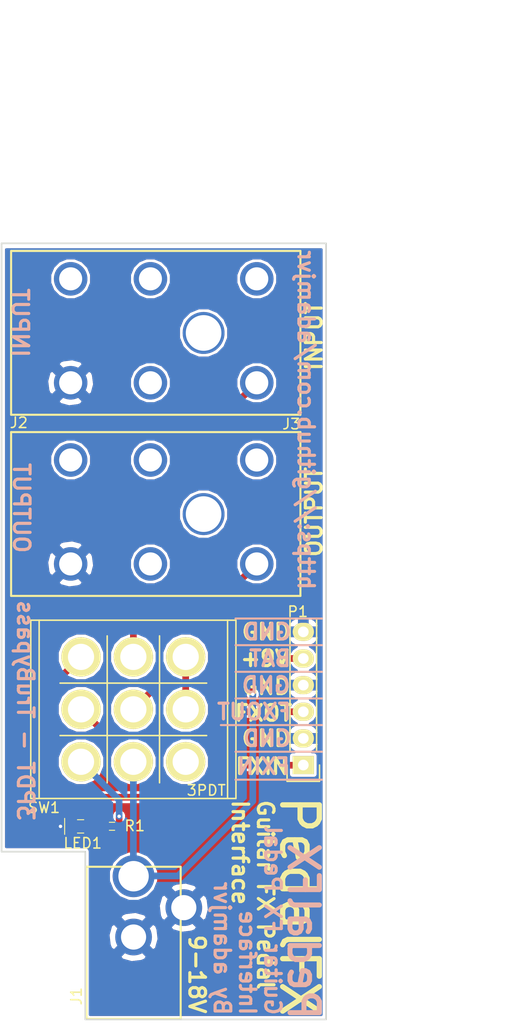
<source format=kicad_pcb>
(kicad_pcb (version 20160815) (host pcbnew "(2016-09-14 revision 83ed3c9)-makepkg")

  (general
    (links 16)
    (no_connects 3)
    (area 94.869 43.3877 128.911134 119.3678)
    (thickness 1.6)
    (drawings 38)
    (tracks 42)
    (zones 0)
    (modules 7)
    (nets 13)
  )

  (page A4)
  (layers
    (0 F.Cu signal)
    (31 B.Cu signal)
    (32 B.Adhes user)
    (33 F.Adhes user)
    (34 B.Paste user)
    (35 F.Paste user)
    (36 B.SilkS user)
    (37 F.SilkS user)
    (38 B.Mask user)
    (39 F.Mask user)
    (40 Dwgs.User user)
    (41 Cmts.User user)
    (42 Eco1.User user)
    (43 Eco2.User user)
    (44 Edge.Cuts user)
    (45 Margin user)
    (46 B.CrtYd user)
    (47 F.CrtYd user)
    (48 B.Fab user)
    (49 F.Fab user hide)
  )

  (setup
    (last_trace_width 0.635)
    (user_trace_width 0.1778)
    (user_trace_width 0.254)
    (user_trace_width 0.381)
    (user_trace_width 0.635)
    (user_trace_width 0.762)
    (user_trace_width 1.016)
    (user_trace_width 1.27)
    (trace_clearance 0.1778)
    (zone_clearance 0.254)
    (zone_45_only no)
    (trace_min 0.1778)
    (segment_width 0.2)
    (edge_width 0.15)
    (via_size 0.635)
    (via_drill 0.3302)
    (via_min_size 0.635)
    (via_min_drill 0.3302)
    (user_via 0.635 0.3302)
    (user_via 0.635 0.381)
    (user_via 0.762 0.3302)
    (user_via 1.27 0.7112)
    (uvia_size 0.3)
    (uvia_drill 0.1)
    (uvias_allowed no)
    (uvia_min_size 0.2)
    (uvia_min_drill 0.1)
    (pcb_text_width 0.3)
    (pcb_text_size 1.5 1.5)
    (mod_edge_width 0.15)
    (mod_text_size 1 1)
    (mod_text_width 0.15)
    (pad_size 1.524 1.524)
    (pad_drill 0.762)
    (pad_to_mask_clearance 0.2)
    (aux_axis_origin 0 0)
    (visible_elements 7FFFF7FF)
    (pcbplotparams
      (layerselection 0x010f0_ffffffff)
      (usegerberextensions true)
      (excludeedgelayer true)
      (linewidth 0.100000)
      (plotframeref false)
      (viasonmask false)
      (mode 1)
      (useauxorigin false)
      (hpglpennumber 1)
      (hpglpenspeed 20)
      (hpglpendiameter 15)
      (psnegative false)
      (psa4output false)
      (plotreference true)
      (plotvalue true)
      (plotinvisibletext false)
      (padsonsilk false)
      (subtractmaskfromsilk false)
      (outputformat 1)
      (mirror false)
      (drillshape 0)
      (scaleselection 1)
      (outputdirectory ""))
  )

  (net 0 "")
  (net 1 GND)
  (net 2 +9V)
  (net 3 /OUTPUT)
  (net 4 "Net-(J2-Pad2)")
  (net 5 "Net-(J3-Pad2)")
  (net 6 /INPUT)
  (net 7 "Net-(LED1-Pad1)")
  (net 8 /FX_OUT)
  (net 9 /FX_IN)
  (net 10 /BYPASS)
  (net 11 "Net-(R1-Pad2)")
  (net 12 "Net-(SW1-Pad9)")

  (net_class Default "This is the default net class."
    (clearance 0.1778)
    (trace_width 0.635)
    (via_dia 0.635)
    (via_drill 0.3302)
    (uvia_dia 0.3)
    (uvia_drill 0.1)
    (diff_pair_gap 0.254)
    (diff_pair_width 0.1778)
    (add_net +9V)
    (add_net /BYPASS)
    (add_net /FX_IN)
    (add_net /FX_OUT)
    (add_net /INPUT)
    (add_net /OUTPUT)
    (add_net GND)
    (add_net "Net-(J2-Pad2)")
    (add_net "Net-(J3-Pad2)")
    (add_net "Net-(LED1-Pad1)")
    (add_net "Net-(R1-Pad2)")
    (add_net "Net-(SW1-Pad9)")
  )

  (module AudioLibFootprints:RA49C12B (layer F.Cu) (tedit 57FE9114) (tstamp 57FDBFE8)
    (at 119.38 75.565 180)
    (path /57FE3628)
    (fp_text reference J3 (at -3.302 13.335 180) (layer F.SilkS)
      (effects (font (size 1 1) (thickness 0.15)))
    )
    (fp_text value RA49C12B (at 0 13.97 180) (layer F.Fab)
      (effects (font (size 1 1) (thickness 0.15)))
    )
    (fp_line (start -4.17 12.57) (end 23.47 12.57) (layer F.SilkS) (width 0.2))
    (fp_line (start -4.17 -3.05) (end 23.47 -3.05) (layer F.SilkS) (width 0.2))
    (fp_line (start -4.17 -3.05) (end -4.17 12.57) (layer F.SilkS) (width 0.2))
    (fp_line (start 23.47 -3.05) (end 23.47 12.57) (layer F.SilkS) (width 0.2))
    (pad 1 thru_hole circle (at 0 0 180) (size 3.2 3.2) (drill 2.2) (layers *.Cu *.Mask)
      (net 3 /OUTPUT))
    (pad 3 thru_hole circle (at 17.78 0 180) (size 3.2 3.2) (drill 2.2) (layers *.Cu *.Mask)
      (net 1 GND))
    (pad 4 thru_hole circle (at 0 9.91 180) (size 3.2 3.2) (drill 2.2) (layers *.Cu *.Mask))
    (pad "" thru_hole circle (at 17.78 9.91 180) (size 3.2 3.2) (drill 2.2) (layers *.Cu *.Mask))
    (pad 2 thru_hole circle (at 10.16 0 180) (size 3.2 3.2) (drill 2.2) (layers *.Cu *.Mask)
      (net 5 "Net-(J3-Pad2)"))
    (pad 5 thru_hole circle (at 10.16 9.91 180) (size 3.2 3.2) (drill 2.2) (layers *.Cu *.Mask))
    (pad "" np_thru_hole circle (at 5.08 4.75 180) (size 4 4) (drill 3.4) (layers *.Cu *.Mask))
    (model C:/Users/adam/Documents/GitHub/AudioExperiments/Projects-KiCAD/Libraries/3D/RA49C12B.wrl
      (at (xyz 0.9212598425196851 -0.187007874015748 0.5))
      (scale (xyz 0.4 0.4 0.4))
      (rotate (xyz -90 0 -90))
    )
  )

  (module AudioLibFootprints:RA49C12B (layer F.Cu) (tedit 57FE8FDF) (tstamp 57FDBFBD)
    (at 119.38 58.293 180)
    (path /57FE3530)
    (fp_text reference J2 (at 22.733 -3.81 180) (layer F.SilkS)
      (effects (font (size 1 1) (thickness 0.15)))
    )
    (fp_text value RA49C12B (at 0 13.97 180) (layer F.Fab)
      (effects (font (size 1 1) (thickness 0.15)))
    )
    (fp_line (start -4.17 12.57) (end 23.47 12.57) (layer F.SilkS) (width 0.2))
    (fp_line (start -4.17 -3.05) (end 23.47 -3.05) (layer F.SilkS) (width 0.2))
    (fp_line (start -4.17 -3.05) (end -4.17 12.57) (layer F.SilkS) (width 0.2))
    (fp_line (start 23.47 -3.05) (end 23.47 12.57) (layer F.SilkS) (width 0.2))
    (pad 1 thru_hole circle (at 0 0 180) (size 3.2 3.2) (drill 2.2) (layers *.Cu *.Mask)
      (net 6 /INPUT))
    (pad 3 thru_hole circle (at 17.78 0 180) (size 3.2 3.2) (drill 2.2) (layers *.Cu *.Mask)
      (net 1 GND))
    (pad 4 thru_hole circle (at 0 9.91 180) (size 3.2 3.2) (drill 2.2) (layers *.Cu *.Mask))
    (pad "" thru_hole circle (at 17.78 9.91 180) (size 3.2 3.2) (drill 2.2) (layers *.Cu *.Mask))
    (pad 2 thru_hole circle (at 10.16 0 180) (size 3.2 3.2) (drill 2.2) (layers *.Cu *.Mask)
      (net 4 "Net-(J2-Pad2)"))
    (pad 5 thru_hole circle (at 10.16 9.91 180) (size 3.2 3.2) (drill 2.2) (layers *.Cu *.Mask))
    (pad "" np_thru_hole circle (at 5.08 4.75 180) (size 4 4) (drill 3.4) (layers *.Cu *.Mask))
    (model C:/Users/adam/Documents/GitHub/AudioExperiments/Projects-KiCAD/Libraries/3D/RA49C12B.wrl
      (at (xyz 0.9212598425196851 -0.187007874015748 0.5))
      (scale (xyz 0.4 0.4 0.4))
      (rotate (xyz -90 0 -90))
    )
  )

  (module AudioLibFootprints:694106301002 (layer F.Cu) (tedit 57FE8029) (tstamp 57FDAD8E)
    (at 107.61 118.94 90)
    (path /57FDAA38)
    (fp_text reference J1 (at 2.159 -5.461 90) (layer F.SilkS)
      (effects (font (size 1 1) (thickness 0.15)))
    )
    (fp_text value 694106301002 (at 6.477 7.874 90) (layer F.Fab)
      (effects (font (size 1 1) (thickness 0.15)))
    )
    (fp_line (start 14.5 -4.5) (end 14.5 4.5) (layer F.SilkS) (width 0.2))
    (fp_line (start 14.5 -4.5) (end 0 -4.5) (layer F.SilkS) (width 0.2))
    (fp_line (start 0 -4.5) (end 0 4.5) (layer F.SilkS) (width 0.2))
    (fp_line (start 14.5 4.5) (end 0 4.5) (layer F.SilkS) (width 0.2))
    (pad 2 thru_hole circle (at 7.8 0 90) (size 3.5 3.5) (drill 2.4) (layers *.Cu *.Mask)
      (net 1 GND))
    (pad 1 thru_hole circle (at 13.6 0 90) (size 4 4) (drill 2.9) (layers *.Cu *.Mask)
      (net 2 +9V))
    (pad 3 thru_hole circle (at 10.6 4.8 90) (size 3.5 3.5) (drill 2.4) (layers *.Cu *.Mask)
      (net 1 GND))
    (model C:/Users/adam/Documents/GitHub/AudioExperiments/Projects-KiCAD/Libraries/3D/STEP-694106301002-rev1.stp
      (at (xyz 0.1377952755905512 0 0.2106299212598425))
      (scale (xyz 1 1 1))
      (rotate (xyz 0 0 90))
    )
  )

  (module OnHand-Components:LED0805Y (layer F.Cu) (tedit 57FDAE53) (tstamp 57FDADAA)
    (at 102.55 100.59 180)
    (path /57FDC458)
    (fp_text reference LED1 (at -0.2 -1.61 180) (layer F.SilkS)
      (effects (font (size 1 1) (thickness 0.15)))
    )
    (fp_text value 5988140107F (at -6.731 -4.826 180) (layer F.Fab)
      (effects (font (size 1 1) (thickness 0.15)))
    )
    (fp_line (start 1.1 -0.7) (end 1.1 0.7) (layer Eco1.User) (width 0.05))
    (fp_line (start 1.1 0.7) (end -1.1 0.7) (layer Eco1.User) (width 0.05))
    (fp_line (start -1.1 0.7) (end -1.1 -0.7) (layer Eco1.User) (width 0.05))
    (fp_line (start -1.1 -0.7) (end 1.1 -0.7) (layer Eco1.User) (width 0.05))
    (fp_line (start -0.254 0) (end 0.254 0) (layer Dwgs.User) (width 0.05))
    (fp_line (start 0 -0.254) (end 0 0.254) (layer Dwgs.User) (width 0.05))
    (fp_line (start 1.778 -1.016) (end 1.778 1.016) (layer Dwgs.User) (width 0.05))
    (fp_line (start 1.778 1.016) (end -1.651 1.016) (layer Dwgs.User) (width 0.05))
    (fp_line (start -1.651 1.016) (end -1.651 -1.016) (layer Dwgs.User) (width 0.05))
    (fp_line (start -1.651 -1.016) (end 1.778 -1.016) (layer Dwgs.User) (width 0.05))
    (fp_line (start 1.524 -0.762) (end 1.524 0.762) (layer F.SilkS) (width 0.1))
    (fp_line (start -0.3 0.635) (end 0.3 0.635) (layer F.SilkS) (width 0.1))
    (fp_line (start 0.3 -0.635) (end -0.3 -0.635) (layer F.SilkS) (width 0.1))
    (pad 2 smd roundrect (at 0.925 0 180) (size 1.016 1.651) (layers F.Cu F.Paste F.Mask)(roundrect_rratio 0.25)
      (net 1 GND) (solder_mask_margin 0.102))
    (pad 1 smd roundrect (at -0.925 0 180) (size 1.016 1.651) (layers F.Cu F.Paste F.Mask)(roundrect_rratio 0.25)
      (net 7 "Net-(LED1-Pad1)") (solder_mask_margin 0.102))
    (model C:/Users/adam/Documents/GitHub/KiCAD-OnHand-Lib/3D/VRML/AB2_0805_LED_YEL.wrl
      (at (xyz 0 0 0))
      (scale (xyz 0.45 0.45 0.45))
      (rotate (xyz 0 0 0))
    )
  )

  (module Pin_Headers:Pin_Header_Straight_1x06 (layer F.Cu) (tedit 57FE94A8) (tstamp 57FDADB4)
    (at 123.825 94.742 180)
    (descr "Through hole pin header")
    (tags "pin header")
    (path /57FDD22A)
    (fp_text reference P1 (at 0.528 14.623 180) (layer F.SilkS)
      (effects (font (size 1 1) (thickness 0.15)))
    )
    (fp_text value CONN_01X06 (at 0 -3.1 180) (layer F.Fab)
      (effects (font (size 1 1) (thickness 0.15)))
    )
    (fp_line (start -1.55 -1.55) (end 1.55 -1.55) (layer F.SilkS) (width 0.15))
    (fp_line (start -1.55 0) (end -1.55 -1.55) (layer F.SilkS) (width 0.15))
    (fp_line (start 1.27 1.27) (end -1.27 1.27) (layer F.SilkS) (width 0.15))
    (fp_line (start 1.55 -1.55) (end 1.55 0) (layer F.SilkS) (width 0.15))
    (fp_line (start -1.27 13.97) (end -1.27 1.27) (layer F.SilkS) (width 0.15))
    (fp_line (start 1.27 13.97) (end -1.27 13.97) (layer F.SilkS) (width 0.15))
    (fp_line (start 1.27 1.27) (end 1.27 13.97) (layer F.SilkS) (width 0.15))
    (fp_line (start -1.75 14.45) (end 1.75 14.45) (layer F.CrtYd) (width 0.05))
    (fp_line (start -1.75 -1.75) (end 1.75 -1.75) (layer F.CrtYd) (width 0.05))
    (fp_line (start 1.75 -1.75) (end 1.75 14.45) (layer F.CrtYd) (width 0.05))
    (fp_line (start -1.75 -1.75) (end -1.75 14.45) (layer F.CrtYd) (width 0.05))
    (pad 6 thru_hole oval (at 0 12.7 180) (size 2.032 1.7272) (drill 1.016) (layers *.Cu *.Mask F.SilkS)
      (net 1 GND))
    (pad 5 thru_hole oval (at 0 10.16 180) (size 2.032 1.7272) (drill 1.016) (layers *.Cu *.Mask F.SilkS)
      (net 2 +9V))
    (pad 4 thru_hole oval (at 0 7.62 180) (size 2.032 1.7272) (drill 1.016) (layers *.Cu *.Mask F.SilkS)
      (net 1 GND))
    (pad 3 thru_hole oval (at 0 5.08 180) (size 2.032 1.7272) (drill 1.016) (layers *.Cu *.Mask F.SilkS)
      (net 8 /FX_OUT))
    (pad 2 thru_hole oval (at 0 2.54 180) (size 2.032 1.7272) (drill 1.016) (layers *.Cu *.Mask F.SilkS)
      (net 1 GND))
    (pad 1 thru_hole rect (at 0 0 180) (size 2.032 1.7272) (drill 1.016) (layers *.Cu *.Mask F.SilkS)
      (net 9 /FX_IN))
  )

  (module OnHand-Components:R0603 (layer F.Cu) (tedit 57FE800D) (tstamp 57FDADBA)
    (at 105.55 100.58)
    (path /57FDC552)
    (fp_text reference R1 (at 2.17 -0.04) (layer F.SilkS)
      (effects (font (size 1 1) (thickness 0.15)))
    )
    (fp_text value ERJ-3EKF1001V (at 0 -1.524) (layer F.Fab)
      (effects (font (size 1 1) (thickness 0.15)))
    )
    (fp_line (start 0.8 -0.4) (end 0.8 0.4) (layer Eco1.User) (width 0.05))
    (fp_line (start 0.8 0.4) (end -0.8 0.4) (layer Eco1.User) (width 0.05))
    (fp_line (start -0.8 0.4) (end -0.8 -0.4) (layer Eco1.User) (width 0.05))
    (fp_line (start -0.8 -0.4) (end 0.8 -0.4) (layer Eco1.User) (width 0.05))
    (fp_line (start -1.275 -0.7) (end -1.275 0.7) (layer Dwgs.User) (width 0.05))
    (fp_line (start -1.275 0.7) (end 1.275 0.7) (layer Dwgs.User) (width 0.05))
    (fp_line (start 1.275 0.7) (end 1.275 -0.7) (layer Dwgs.User) (width 0.05))
    (fp_line (start 1.275 -0.7) (end -1.275 -0.7) (layer Dwgs.User) (width 0.05))
    (fp_line (start 0.254 0) (end -0.254 0) (layer Dwgs.User) (width 0.05))
    (fp_line (start 0 -0.254) (end 0 0.254) (layer Dwgs.User) (width 0.05))
    (fp_line (start -0.254 0.381) (end 0.254 0.381) (layer F.SilkS) (width 0.1))
    (fp_line (start -0.254 -0.381) (end 0.254 -0.381) (layer F.SilkS) (width 0.1))
    (pad 1 smd roundrect (at -0.68 0) (size 0.74 1) (layers F.Cu F.Paste F.Mask)(roundrect_rratio 0.25)
      (net 7 "Net-(LED1-Pad1)") (solder_mask_margin 0.102))
    (pad 2 smd roundrect (at 0.68 0) (size 0.74 1) (layers F.Cu F.Paste F.Mask)(roundrect_rratio 0.25)
      (net 11 "Net-(R1-Pad2)") (solder_mask_margin 0.102))
    (model C:/Users/adam/Documents/GitHub/KiCAD-OnHand-Lib/3D/RES0603.stp
      (at (xyz 0 0 0))
      (scale (xyz 1 1 1))
      (rotate (xyz 0 0 0))
    )
  )

  (module AudioLibFootprints:Switches_Stomp_Switch_3PDT (layer F.Cu) (tedit 57FDAE53) (tstamp 57FDADD6)
    (at 107.59 89.43)
    (path /57FDB817)
    (fp_text reference SW1 (at -8.53 9.376) (layer F.SilkS)
      (effects (font (size 1 1) (thickness 0.15)))
    )
    (fp_text value 3PDT (at 6.964 7.725) (layer F.SilkS)
      (effects (font (size 1 1) (thickness 0.15)))
    )
    (fp_line (start 9 8.5) (end 9 0) (layer F.SilkS) (width 0.15))
    (fp_line (start -9 8.5) (end 9 8.5) (layer F.SilkS) (width 0.15))
    (fp_line (start 9 -8.5) (end 9 0) (layer F.SilkS) (width 0.15))
    (fp_line (start -9 -8.5) (end 9 -8.5) (layer F.SilkS) (width 0.15))
    (fp_line (start -9 8.5) (end -9 -8.5) (layer F.SilkS) (width 0.15))
    (fp_line (start 9.8 -8.5) (end 9 -8.5) (layer F.SilkS) (width 0.15))
    (fp_line (start 9.8 8.5) (end 9.8 -8.5) (layer F.SilkS) (width 0.15))
    (fp_line (start 9.8 8.5) (end 9 8.5) (layer F.SilkS) (width 0.15))
    (fp_line (start -9.8 -8.5) (end -9 -8.5) (layer F.SilkS) (width 0.15))
    (fp_line (start -9.8 8.5) (end -9.8 -8.5) (layer F.SilkS) (width 0.15))
    (fp_line (start -9 8.5) (end -9.8 8.5) (layer F.SilkS) (width 0.15))
    (fp_line (start -2.5 -7) (end -2.5 7) (layer F.SilkS) (width 0.15))
    (fp_line (start 2.5 7) (end 2.5 -7) (layer F.SilkS) (width 0.15))
    (fp_line (start -7 -2.5) (end 7 -2.5) (layer F.SilkS) (width 0.15))
    (fp_line (start 7 2.5) (end -7 2.5) (layer F.SilkS) (width 0.15))
    (pad 6 thru_hole circle (at 5 0) (size 3.75 3.75) (drill 2.5) (layers *.Cu *.Mask F.SilkS)
      (net 10 /BYPASS))
    (pad 5 thru_hole circle (at 0 0) (size 3.75 3.75) (drill 2.5) (layers *.Cu *.Mask F.SilkS)
      (net 3 /OUTPUT))
    (pad 4 thru_hole circle (at -5 0) (size 3.75 3.75) (drill 2.5) (layers *.Cu *.Mask F.SilkS)
      (net 8 /FX_OUT))
    (pad 1 thru_hole circle (at -5 -5) (size 3.75 3.75) (drill 2.5) (layers *.Cu *.Mask F.SilkS)
      (net 9 /FX_IN))
    (pad 7 thru_hole circle (at -5 5) (size 3.75 3.75) (drill 2.5) (layers *.Cu *.Mask F.SilkS)
      (net 11 "Net-(R1-Pad2)"))
    (pad 9 thru_hole circle (at 5 5) (size 3.75 3.75) (drill 2.5) (layers *.Cu *.Mask F.SilkS)
      (net 12 "Net-(SW1-Pad9)"))
    (pad 3 thru_hole circle (at 5 -5) (size 3.75 3.75) (drill 2.5) (layers *.Cu *.Mask F.SilkS)
      (net 10 /BYPASS))
    (pad 2 thru_hole circle (at 0 -5) (size 3.75 3.75) (drill 2.5) (layers *.Cu *.Mask F.SilkS)
      (net 6 /INPUT))
    (pad 8 thru_hole circle (at 0 5) (size 3.75 3.75) (drill 2.5) (layers *.Cu *.Mask F.SilkS)
      (net 2 +9V))
    (model "C:/Users/adam/Documents/GitHub/AudioExperiments/Projects-KiCAD/Libraries/3D/User Library-Footswich_3PDT.step"
      (at (xyz 0 0 0.65748031496063))
      (scale (xyz 1 1 1))
      (rotate (xyz -90 0 0))
    )
  )

  (dimension 31 (width 0.3) (layer Eco1.User)
    (gr_text "31.000 mm" (at 110.5 23.65) (layer Eco1.User)
      (effects (font (size 1.5 1.5) (thickness 0.3)))
    )
    (feature1 (pts (xy 95 45) (xy 95 22.3)))
    (feature2 (pts (xy 126 45) (xy 126 22.3)))
    (crossbar (pts (xy 126 25) (xy 95 25)))
    (arrow1a (pts (xy 95 25) (xy 96.126504 24.413579)))
    (arrow1b (pts (xy 95 25) (xy 96.126504 25.586421)))
    (arrow2a (pts (xy 126 25) (xy 124.873496 24.413579)))
    (arrow2b (pts (xy 126 25) (xy 124.873496 25.586421)))
  )
  (dimension 74 (width 0.3) (layer Eco1.User)
    (gr_text "74.000 mm" (at 141.75 82 90) (layer Eco1.User)
      (effects (font (size 1.5 1.5) (thickness 0.3)))
    )
    (feature1 (pts (xy 126 45) (xy 143.1 45)))
    (feature2 (pts (xy 126 119) (xy 143.1 119)))
    (crossbar (pts (xy 140.4 119) (xy 140.4 45)))
    (arrow1a (pts (xy 140.4 45) (xy 140.986421 46.126504)))
    (arrow1b (pts (xy 140.4 45) (xy 139.813579 46.126504)))
    (arrow2a (pts (xy 140.4 119) (xy 140.986421 117.873496)))
    (arrow2b (pts (xy 140.4 119) (xy 139.813579 117.873496)))
  )
  (gr_text "3PDT - TruBypass" (at 97.282 89.535 270) (layer B.SilkS) (tstamp 57FE956A)
    (effects (font (size 1.5 1.5) (thickness 0.3)) (justify mirror))
  )
  (gr_line (start 125.603 80.772) (end 117.348 80.772) (layer B.SilkS) (width 0.2) (tstamp 57FE955C))
  (gr_line (start 125.603 83.312) (end 117.348 83.312) (layer B.SilkS) (width 0.2) (tstamp 57FE955B))
  (gr_line (start 125.603 85.852) (end 117.348 85.852) (layer B.SilkS) (width 0.2) (tstamp 57FE955A))
  (gr_line (start 125.603 88.392) (end 117.348 88.392) (layer B.SilkS) (width 0.2) (tstamp 57FE9559))
  (gr_line (start 125.603 90.932) (end 115.951 90.932) (layer B.SilkS) (width 0.2) (tstamp 57FE9558))
  (gr_line (start 125.603 93.472) (end 117.348 93.472) (layer B.SilkS) (width 0.2) (tstamp 57FE9557))
  (gr_line (start 125.603 96.139) (end 117.348 96.139) (layer B.SilkS) (width 0.2))
  (gr_text +9V (at 120.142 84.582) (layer F.SilkS) (tstamp 57FE953B)
    (effects (font (size 1.5 1.5) (thickness 0.3)))
  )
  (gr_text GND (at 120.269 82.042) (layer F.SilkS) (tstamp 57FE953A)
    (effects (font (size 1.5 1.5) (thickness 0.3)))
  )
  (gr_text GND (at 120.269 87.249) (layer F.SilkS) (tstamp 57FE9539)
    (effects (font (size 1.5 1.5) (thickness 0.3)))
  )
  (gr_text FXOT (at 120.015 89.789) (layer F.SilkS) (tstamp 57FE947C)
    (effects (font (size 1.5 1.5) (thickness 0.3)))
  )
  (gr_text GND (at 120.269 92.202) (layer F.SilkS) (tstamp 57FE946C)
    (effects (font (size 1.5 1.5) (thickness 0.3)))
  )
  (gr_text FXIN (at 119.888 94.869) (layer F.SilkS) (tstamp 57FE9435)
    (effects (font (size 1.5 1.5) (thickness 0.3)))
  )
  (gr_text INPUT (at 124.841 53.848 90) (layer F.SilkS) (tstamp 57FE93DF)
    (effects (font (size 1.5 1.5) (thickness 0.3)))
  )
  (gr_text OUTPUT (at 124.841 70.612 90) (layer F.SilkS) (tstamp 57FE93DD)
    (effects (font (size 1.5 1.5) (thickness 0.3)))
  )
  (gr_text OUTPUT (at 96.901 70.231 270) (layer B.SilkS) (tstamp 57FE93D4)
    (effects (font (size 1.5 1.5) (thickness 0.3)) (justify mirror))
  )
  (gr_text INPUT (at 96.774 52.578 270) (layer B.SilkS) (tstamp 57FE93BE)
    (effects (font (size 1.5 1.5) (thickness 0.3)) (justify mirror))
  )
  (gr_text GND (at 120.396 82.042) (layer B.SilkS) (tstamp 57FE9318)
    (effects (font (size 1.5 1.5) (thickness 0.3)) (justify mirror))
  )
  (gr_text BAT (at 120.65 84.582) (layer B.SilkS) (tstamp 57FE930A)
    (effects (font (size 1.5 1.5) (thickness 0.3)) (justify mirror))
  )
  (gr_text GND (at 120.269 87.122) (layer B.SilkS) (tstamp 57FE9308)
    (effects (font (size 1.5 1.5) (thickness 0.3)) (justify mirror))
  )
  (gr_text FXOUT (at 119.126 89.662) (layer B.SilkS) (tstamp 57FE92F9)
    (effects (font (size 1.5 1.5) (thickness 0.3)) (justify mirror))
  )
  (gr_text GND (at 120.396 92.202) (layer B.SilkS) (tstamp 57FE92E5)
    (effects (font (size 1.5 1.5) (thickness 0.3)) (justify mirror))
  )
  (gr_text FXIN (at 120.015 94.869) (layer B.SilkS) (tstamp 57FE92D6)
    (effects (font (size 1.5 1.5) (thickness 0.3)) (justify mirror))
  )
  (gr_text "Guitar FX Pedal\nInterface\nBy adamjvr" (at 118.491 118.745 270) (layer B.SilkS) (tstamp 57FE9263)
    (effects (font (size 1.5 1.5) (thickness 0.3)) (justify left mirror))
  )
  (gr_text "Guitar FX Pedal\nInterface" (at 118.999 97.917 270) (layer F.SilkS) (tstamp 57FE922B)
    (effects (font (size 1.5 1.5) (thickness 0.3)) (justify left))
  )
  (gr_text PedalFX (at 123.825 110.617 270) (layer B.SilkS) (tstamp 57FE91F8)
    (effects (font (size 2.8 2.8) (thickness 0.48)) (justify mirror))
  )
  (gr_text 9-18V (at 113.665 114.681 270) (layer F.SilkS) (tstamp 57FE9183)
    (effects (font (size 1.5 1.5) (thickness 0.3)))
  )
  (gr_text https://github.com/adamjvr (at 124.079 61.849 270) (layer B.SilkS) (tstamp 57FE9170)
    (effects (font (size 1.5 1.5) (thickness 0.3)) (justify mirror))
  )
  (gr_text PedalFX (at 123.444 108.204 270) (layer F.SilkS)
    (effects (font (size 3.5 3.5) (thickness 0.5)))
  )
  (gr_line (start 103 103) (end 95 103) (layer Edge.Cuts) (width 0.15))
  (gr_line (start 103 119) (end 103 103) (layer Edge.Cuts) (width 0.15))
  (gr_line (start 126 119) (end 126 45) (layer Edge.Cuts) (width 0.15))
  (gr_line (start 103 119) (end 126 119) (layer Edge.Cuts) (width 0.15))
  (gr_line (start 95 45) (end 95 103) (layer Edge.Cuts) (width 0.15))
  (gr_line (start 126 45) (end 95 45) (layer Edge.Cuts) (width 0.15))

  (segment (start 101.625 100.59) (end 100.63 100.59) (width 0.635) (layer F.Cu) (net 1))
  (via (at 100.63 100.59) (size 0.635) (drill 0.3302) (layers F.Cu B.Cu) (net 1))
  (segment (start 123.825 84.582) (end 120.307 84.582) (width 0.635) (layer F.Cu) (net 2))
  (segment (start 120.307 84.582) (end 119 85.889) (width 0.635) (layer F.Cu) (net 2))
  (segment (start 119 85.889) (end 119 88) (width 0.635) (layer F.Cu) (net 2))
  (segment (start 119 88) (end 119 98.181641) (width 0.635) (layer B.Cu) (net 2))
  (segment (start 119 98.181641) (end 111.866536 105.315105) (width 0.635) (layer B.Cu) (net 2))
  (segment (start 111.866536 105.315105) (end 107.634895 105.315105) (width 0.635) (layer B.Cu) (net 2))
  (segment (start 107.634895 105.315105) (end 107.61 105.34) (width 0.635) (layer B.Cu) (net 2))
  (via (at 119 88) (size 0.635) (drill 0.3302) (layers F.Cu B.Cu) (net 2))
  (segment (start 107.59 94.43) (end 107.59 105.32) (width 0.635) (layer B.Cu) (net 2))
  (segment (start 107.59 105.32) (end 107.61 105.34) (width 0.635) (layer B.Cu) (net 2))
  (segment (start 107.59 89.43) (end 110.101719 86.918281) (width 0.635) (layer F.Cu) (net 3))
  (segment (start 110.101719 86.918281) (end 110.101719 81.388922) (width 0.635) (layer F.Cu) (net 3))
  (segment (start 110.101719 81.388922) (end 113.337537 78.153104) (width 0.635) (layer F.Cu) (net 3))
  (segment (start 113.337537 78.153104) (end 116.791896 78.153104) (width 0.635) (layer F.Cu) (net 3))
  (segment (start 116.791896 78.153104) (end 119.38 75.565) (width 0.635) (layer F.Cu) (net 3))
  (segment (start 107.59 84.43) (end 107.59 80.851911) (width 0.635) (layer F.Cu) (net 6))
  (segment (start 107.59 80.851911) (end 105.156 78.417911) (width 0.635) (layer F.Cu) (net 6))
  (segment (start 105.156 78.417911) (end 105.156 64.008) (width 0.635) (layer F.Cu) (net 6))
  (segment (start 105.156 64.008) (end 107.442 61.722) (width 0.635) (layer F.Cu) (net 6))
  (segment (start 107.442 61.722) (end 115.951 61.722) (width 0.635) (layer F.Cu) (net 6))
  (segment (start 115.951 61.722) (end 119.38 58.293) (width 0.635) (layer F.Cu) (net 6))
  (segment (start 104.87 100.58) (end 103.485 100.58) (width 0.635) (layer F.Cu) (net 7))
  (segment (start 103.485 100.58) (end 103.475 100.59) (width 0.635) (layer F.Cu) (net 7))
  (segment (start 102.59 89.43) (end 105.093787 91.933787) (width 0.635) (layer F.Cu) (net 8))
  (segment (start 105.093787 91.933787) (end 115.306213 91.933787) (width 0.635) (layer F.Cu) (net 8))
  (segment (start 115.306213 91.933787) (end 117.578 89.662) (width 0.635) (layer F.Cu) (net 8))
  (segment (start 117.578 89.662) (end 121.958 89.662) (width 0.635) (layer F.Cu) (net 8))
  (segment (start 121.958 89.662) (end 123.825 89.662) (width 0.635) (layer F.Cu) (net 8))
  (segment (start 102.59 84.43) (end 99.621615 87.398385) (width 0.635) (layer F.Cu) (net 9))
  (segment (start 99.621615 87.398385) (end 99.621615 95.647945) (width 0.635) (layer F.Cu) (net 9))
  (segment (start 99.621615 95.647945) (end 101.78367 97.81) (width 0.635) (layer F.Cu) (net 9))
  (segment (start 113.471506 97.81) (end 116.521506 94.76) (width 0.635) (layer F.Cu) (net 9))
  (segment (start 101.78367 97.81) (end 113.471506 97.81) (width 0.635) (layer F.Cu) (net 9))
  (segment (start 116.521506 94.76) (end 123.807 94.76) (width 0.635) (layer F.Cu) (net 9))
  (segment (start 123.807 94.76) (end 123.825 94.742) (width 0.635) (layer F.Cu) (net 9))
  (segment (start 112.59 84.43) (end 112.59 89.43) (width 0.635) (layer F.Cu) (net 10))
  (segment (start 106.23 99.63) (end 106.23 100.58) (width 0.635) (layer F.Cu) (net 11))
  (segment (start 102.59 94.43) (end 106.23 98.07) (width 0.635) (layer B.Cu) (net 11))
  (segment (start 106.23 98.07) (end 106.23 99.63) (width 0.635) (layer B.Cu) (net 11))
  (via (at 106.23 99.63) (size 0.635) (drill 0.3302) (layers F.Cu B.Cu) (net 11))

  (zone (net 1) (net_name GND) (layer B.Cu) (tstamp 0) (hatch edge 0.508)
    (connect_pads (clearance 0.254))
    (min_thickness 0.254)
    (fill yes (arc_segments 16) (thermal_gap 0.508) (thermal_bridge_width 1.016))
    (polygon
      (pts
        (xy 94.996 45.466) (xy 125.996 45.466) (xy 126 119) (xy 95 119)
      )
    )
    (filled_polygon
      (pts
        (xy 125.544 118.544) (xy 103.456 118.544) (xy 103.456 112.993904) (xy 106.294911 112.993904) (xy 106.506556 113.306956)
        (xy 107.419809 113.564276) (xy 108.362017 113.452521) (xy 108.713444 113.306956) (xy 108.925089 112.993904) (xy 107.61 111.678815)
        (xy 106.294911 112.993904) (xy 103.456 112.993904) (xy 103.456 110.949809) (xy 105.185724 110.949809) (xy 105.297479 111.892017)
        (xy 105.443044 112.243444) (xy 105.756096 112.455089) (xy 107.071185 111.14) (xy 108.148815 111.14) (xy 109.463904 112.455089)
        (xy 109.776956 112.243444) (xy 110.034276 111.330191) (xy 109.922521 110.387983) (xy 109.842132 110.193904) (xy 111.094911 110.193904)
        (xy 111.306556 110.506956) (xy 112.219809 110.764276) (xy 113.162017 110.652521) (xy 113.513444 110.506956) (xy 113.725089 110.193904)
        (xy 112.41 108.878815) (xy 111.094911 110.193904) (xy 109.842132 110.193904) (xy 109.776956 110.036556) (xy 109.463904 109.824911)
        (xy 108.148815 111.14) (xy 107.071185 111.14) (xy 105.756096 109.824911) (xy 105.443044 110.036556) (xy 105.185724 110.949809)
        (xy 103.456 110.949809) (xy 103.456 109.286096) (xy 106.294911 109.286096) (xy 107.61 110.601185) (xy 108.925089 109.286096)
        (xy 108.713444 108.973044) (xy 107.800191 108.715724) (xy 106.857983 108.827479) (xy 106.506556 108.973044) (xy 106.294911 109.286096)
        (xy 103.456 109.286096) (xy 103.456 108.149809) (xy 109.985724 108.149809) (xy 110.097479 109.092017) (xy 110.243044 109.443444)
        (xy 110.556096 109.655089) (xy 111.871185 108.34) (xy 112.948815 108.34) (xy 114.263904 109.655089) (xy 114.576956 109.443444)
        (xy 114.834276 108.530191) (xy 114.722521 107.587983) (xy 114.576956 107.236556) (xy 114.263904 107.024911) (xy 112.948815 108.34)
        (xy 111.871185 108.34) (xy 110.556096 107.024911) (xy 110.243044 107.236556) (xy 109.985724 108.149809) (xy 103.456 108.149809)
        (xy 103.456 103) (xy 103.421289 102.825496) (xy 103.322441 102.677559) (xy 103.174504 102.578711) (xy 103 102.544)
        (xy 95.456 102.544) (xy 95.456 94.876777) (xy 100.333609 94.876777) (xy 100.676341 95.706252) (xy 101.31041 96.341429)
        (xy 102.139285 96.685608) (xy 103.036777 96.686391) (xy 103.618288 96.446116) (xy 105.5315 98.359328) (xy 105.5315 99.629962)
        (xy 105.531379 99.768331) (xy 105.637496 100.025151) (xy 105.833815 100.221814) (xy 106.09045 100.328378) (xy 106.368331 100.328621)
        (xy 106.625151 100.222504) (xy 106.821814 100.026185) (xy 106.8915 99.858362) (xy 106.8915 103.060632) (xy 106.263034 103.320309)
        (xy 105.592663 103.989511) (xy 105.229414 104.864312) (xy 105.228587 105.811532) (xy 105.590309 106.686966) (xy 106.259511 107.357337)
        (xy 107.134312 107.720586) (xy 108.081532 107.721413) (xy 108.956966 107.359691) (xy 109.627337 106.690489) (xy 109.908404 106.013605)
        (xy 111.774955 106.013605) (xy 111.657983 106.027479) (xy 111.306556 106.173044) (xy 111.094911 106.486096) (xy 112.41 107.801185)
        (xy 113.725089 106.486096) (xy 113.513444 106.173044) (xy 112.600191 105.915724) (xy 112.001806 105.986698) (xy 112.133841 105.960435)
        (xy 112.36045 105.809019) (xy 119.493914 98.675555) (xy 119.64533 98.448945) (xy 119.6985 98.181641) (xy 119.6985 92.805039)
        (xy 122.300687 92.805039) (xy 122.349568 92.880674) (xy 122.709995 93.335316) (xy 122.987865 93.489936) (xy 122.809 93.489936)
        (xy 122.660341 93.519506) (xy 122.534314 93.603714) (xy 122.450106 93.729741) (xy 122.420536 93.8784) (xy 122.420536 95.6056)
        (xy 122.450106 95.754259) (xy 122.534314 95.880286) (xy 122.660341 95.964494) (xy 122.809 95.994064) (xy 124.841 95.994064)
        (xy 124.989659 95.964494) (xy 125.115686 95.880286) (xy 125.199894 95.754259) (xy 125.229464 95.6056) (xy 125.229464 93.8784)
        (xy 125.199894 93.729741) (xy 125.115686 93.603714) (xy 124.989659 93.519506) (xy 124.841 93.489936) (xy 124.662135 93.489936)
        (xy 124.940005 93.335316) (xy 125.300432 92.880674) (xy 125.349313 92.805039) (xy 125.261938 92.583) (xy 124.206 92.583)
        (xy 124.206 92.603) (xy 123.444 92.603) (xy 123.444 92.583) (xy 122.388062 92.583) (xy 122.300687 92.805039)
        (xy 119.6985 92.805039) (xy 119.6985 88) (xy 119.698621 87.861669) (xy 119.642167 87.725039) (xy 122.300687 87.725039)
        (xy 122.349568 87.800674) (xy 122.709995 88.255316) (xy 123.170854 88.51176) (xy 123.168943 88.51214) (xy 122.765166 88.781935)
        (xy 122.495371 89.185712) (xy 122.400631 89.662) (xy 122.495371 90.138288) (xy 122.765166 90.542065) (xy 123.168943 90.81186)
        (xy 123.170854 90.81224) (xy 122.709995 91.068684) (xy 122.349568 91.523326) (xy 122.300687 91.598961) (xy 122.388062 91.821)
        (xy 123.444 91.821) (xy 123.444 91.801) (xy 124.206 91.801) (xy 124.206 91.821) (xy 125.261938 91.821)
        (xy 125.349313 91.598961) (xy 125.300432 91.523326) (xy 124.940005 91.068684) (xy 124.479146 90.81224) (xy 124.481057 90.81186)
        (xy 124.884834 90.542065) (xy 125.154629 90.138288) (xy 125.249369 89.662) (xy 125.154629 89.185712) (xy 124.884834 88.781935)
        (xy 124.481057 88.51214) (xy 124.479146 88.51176) (xy 124.940005 88.255316) (xy 125.300432 87.800674) (xy 125.349313 87.725039)
        (xy 125.261938 87.503) (xy 124.206 87.503) (xy 124.206 87.523) (xy 123.444 87.523) (xy 123.444 87.503)
        (xy 122.388062 87.503) (xy 122.300687 87.725039) (xy 119.642167 87.725039) (xy 119.592504 87.604849) (xy 119.396185 87.408186)
        (xy 119.13955 87.301622) (xy 118.861669 87.301379) (xy 118.604849 87.407496) (xy 118.408186 87.603815) (xy 118.301622 87.86045)
        (xy 118.301379 88.138331) (xy 118.3015 88.138624) (xy 118.3015 97.892313) (xy 111.577208 104.616605) (xy 109.887345 104.616605)
        (xy 109.629691 103.993034) (xy 108.960489 103.322663) (xy 108.2885 103.043629) (xy 108.2885 96.582381) (xy 108.866252 96.343659)
        (xy 109.501429 95.70959) (xy 109.845608 94.880715) (xy 109.845611 94.876777) (xy 110.333609 94.876777) (xy 110.676341 95.706252)
        (xy 111.31041 96.341429) (xy 112.139285 96.685608) (xy 113.036777 96.686391) (xy 113.866252 96.343659) (xy 114.501429 95.70959)
        (xy 114.845608 94.880715) (xy 114.846391 93.983223) (xy 114.503659 93.153748) (xy 113.86959 92.518571) (xy 113.040715 92.174392)
        (xy 112.143223 92.173609) (xy 111.313748 92.516341) (xy 110.678571 93.15041) (xy 110.334392 93.979285) (xy 110.333609 94.876777)
        (xy 109.845611 94.876777) (xy 109.846391 93.983223) (xy 109.503659 93.153748) (xy 108.86959 92.518571) (xy 108.040715 92.174392)
        (xy 107.143223 92.173609) (xy 106.313748 92.516341) (xy 105.678571 93.15041) (xy 105.334392 93.979285) (xy 105.333609 94.876777)
        (xy 105.676341 95.706252) (xy 106.31041 96.341429) (xy 106.8915 96.582719) (xy 106.8915 97.883988) (xy 106.87533 97.802696)
        (xy 106.723914 97.576086) (xy 104.605878 95.45805) (xy 104.845608 94.880715) (xy 104.846391 93.983223) (xy 104.503659 93.153748)
        (xy 103.86959 92.518571) (xy 103.040715 92.174392) (xy 102.143223 92.173609) (xy 101.313748 92.516341) (xy 100.678571 93.15041)
        (xy 100.334392 93.979285) (xy 100.333609 94.876777) (xy 95.456 94.876777) (xy 95.456 89.876777) (xy 100.333609 89.876777)
        (xy 100.676341 90.706252) (xy 101.31041 91.341429) (xy 102.139285 91.685608) (xy 103.036777 91.686391) (xy 103.866252 91.343659)
        (xy 104.501429 90.70959) (xy 104.845608 89.880715) (xy 104.845611 89.876777) (xy 105.333609 89.876777) (xy 105.676341 90.706252)
        (xy 106.31041 91.341429) (xy 107.139285 91.685608) (xy 108.036777 91.686391) (xy 108.866252 91.343659) (xy 109.501429 90.70959)
        (xy 109.845608 89.880715) (xy 109.845611 89.876777) (xy 110.333609 89.876777) (xy 110.676341 90.706252) (xy 111.31041 91.341429)
        (xy 112.139285 91.685608) (xy 113.036777 91.686391) (xy 113.866252 91.343659) (xy 114.501429 90.70959) (xy 114.845608 89.880715)
        (xy 114.846391 88.983223) (xy 114.503659 88.153748) (xy 113.86959 87.518571) (xy 113.040715 87.174392) (xy 112.143223 87.173609)
        (xy 111.313748 87.516341) (xy 110.678571 88.15041) (xy 110.334392 88.979285) (xy 110.333609 89.876777) (xy 109.845611 89.876777)
        (xy 109.846391 88.983223) (xy 109.503659 88.153748) (xy 108.86959 87.518571) (xy 108.040715 87.174392) (xy 107.143223 87.173609)
        (xy 106.313748 87.516341) (xy 105.678571 88.15041) (xy 105.334392 88.979285) (xy 105.333609 89.876777) (xy 104.845611 89.876777)
        (xy 104.846391 88.983223) (xy 104.503659 88.153748) (xy 103.86959 87.518571) (xy 103.040715 87.174392) (xy 102.143223 87.173609)
        (xy 101.313748 87.516341) (xy 100.678571 88.15041) (xy 100.334392 88.979285) (xy 100.333609 89.876777) (xy 95.456 89.876777)
        (xy 95.456 84.876777) (xy 100.333609 84.876777) (xy 100.676341 85.706252) (xy 101.31041 86.341429) (xy 102.139285 86.685608)
        (xy 103.036777 86.686391) (xy 103.866252 86.343659) (xy 104.501429 85.70959) (xy 104.845608 84.880715) (xy 104.845611 84.876777)
        (xy 105.333609 84.876777) (xy 105.676341 85.706252) (xy 106.31041 86.341429) (xy 107.139285 86.685608) (xy 108.036777 86.686391)
        (xy 108.866252 86.343659) (xy 109.501429 85.70959) (xy 109.845608 84.880715) (xy 109.845611 84.876777) (xy 110.333609 84.876777)
        (xy 110.676341 85.706252) (xy 111.31041 86.341429) (xy 112.139285 86.685608) (xy 113.036777 86.686391) (xy 113.866252 86.343659)
        (xy 114.501429 85.70959) (xy 114.845608 84.880715) (xy 114.846391 83.983223) (xy 114.503659 83.153748) (xy 113.995838 82.645039)
        (xy 122.300687 82.645039) (xy 122.349568 82.720674) (xy 122.709995 83.175316) (xy 123.170854 83.43176) (xy 123.168943 83.43214)
        (xy 122.765166 83.701935) (xy 122.495371 84.105712) (xy 122.400631 84.582) (xy 122.495371 85.058288) (xy 122.765166 85.462065)
        (xy 123.168943 85.73186) (xy 123.170854 85.73224) (xy 122.709995 85.988684) (xy 122.349568 86.443326) (xy 122.300687 86.518961)
        (xy 122.388062 86.741) (xy 123.444 86.741) (xy 123.444 86.721) (xy 124.206 86.721) (xy 124.206 86.741)
        (xy 125.261938 86.741) (xy 125.349313 86.518961) (xy 125.300432 86.443326) (xy 124.940005 85.988684) (xy 124.479146 85.73224)
        (xy 124.481057 85.73186) (xy 124.884834 85.462065) (xy 125.154629 85.058288) (xy 125.249369 84.582) (xy 125.154629 84.105712)
        (xy 124.884834 83.701935) (xy 124.481057 83.43214) (xy 124.479146 83.43176) (xy 124.940005 83.175316) (xy 125.300432 82.720674)
        (xy 125.349313 82.645039) (xy 125.261938 82.423) (xy 124.206 82.423) (xy 124.206 82.443) (xy 123.444 82.443)
        (xy 123.444 82.423) (xy 122.388062 82.423) (xy 122.300687 82.645039) (xy 113.995838 82.645039) (xy 113.86959 82.518571)
        (xy 113.040715 82.174392) (xy 112.143223 82.173609) (xy 111.313748 82.516341) (xy 110.678571 83.15041) (xy 110.334392 83.979285)
        (xy 110.333609 84.876777) (xy 109.845611 84.876777) (xy 109.846391 83.983223) (xy 109.503659 83.153748) (xy 108.86959 82.518571)
        (xy 108.040715 82.174392) (xy 107.143223 82.173609) (xy 106.313748 82.516341) (xy 105.678571 83.15041) (xy 105.334392 83.979285)
        (xy 105.333609 84.876777) (xy 104.845611 84.876777) (xy 104.846391 83.983223) (xy 104.503659 83.153748) (xy 103.86959 82.518571)
        (xy 103.040715 82.174392) (xy 102.143223 82.173609) (xy 101.313748 82.516341) (xy 100.678571 83.15041) (xy 100.334392 83.979285)
        (xy 100.333609 84.876777) (xy 95.456 84.876777) (xy 95.456 81.438961) (xy 122.300687 81.438961) (xy 122.388062 81.661)
        (xy 123.444 81.661) (xy 123.444 80.731479) (xy 124.206 80.731479) (xy 124.206 81.661) (xy 125.261938 81.661)
        (xy 125.349313 81.438961) (xy 125.300432 81.363326) (xy 124.940005 80.908684) (xy 124.43303 80.626579) (xy 124.206 80.731479)
        (xy 123.444 80.731479) (xy 123.21697 80.626579) (xy 122.709995 80.908684) (xy 122.349568 81.363326) (xy 122.300687 81.438961)
        (xy 95.456 81.438961) (xy 95.456 77.309093) (xy 100.394722 77.309093) (xy 100.587652 77.606573) (xy 101.445989 77.838577)
        (xy 102.327772 77.724448) (xy 102.612348 77.606573) (xy 102.805278 77.309093) (xy 101.6 76.103815) (xy 100.394722 77.309093)
        (xy 95.456 77.309093) (xy 95.456 75.410989) (xy 99.326423 75.410989) (xy 99.440552 76.292772) (xy 99.558427 76.577348)
        (xy 99.855907 76.770278) (xy 101.061185 75.565) (xy 102.138815 75.565) (xy 103.344093 76.770278) (xy 103.641573 76.577348)
        (xy 103.809164 75.957316) (xy 107.238657 75.957316) (xy 107.539611 76.68568) (xy 108.096389 77.243431) (xy 108.824226 77.545655)
        (xy 109.612316 77.546343) (xy 110.34068 77.245389) (xy 110.898431 76.688611) (xy 111.200655 75.960774) (xy 111.200658 75.957316)
        (xy 117.398657 75.957316) (xy 117.699611 76.68568) (xy 118.256389 77.243431) (xy 118.984226 77.545655) (xy 119.772316 77.546343)
        (xy 120.50068 77.245389) (xy 121.058431 76.688611) (xy 121.360655 75.960774) (xy 121.361343 75.172684) (xy 121.060389 74.44432)
        (xy 120.503611 73.886569) (xy 119.775774 73.584345) (xy 118.987684 73.583657) (xy 118.25932 73.884611) (xy 117.701569 74.441389)
        (xy 117.399345 75.169226) (xy 117.398657 75.957316) (xy 111.200658 75.957316) (xy 111.201343 75.172684) (xy 110.900389 74.44432)
        (xy 110.343611 73.886569) (xy 109.615774 73.584345) (xy 108.827684 73.583657) (xy 108.09932 73.884611) (xy 107.541569 74.441389)
        (xy 107.239345 75.169226) (xy 107.238657 75.957316) (xy 103.809164 75.957316) (xy 103.873577 75.719011) (xy 103.759448 74.837228)
        (xy 103.641573 74.552652) (xy 103.344093 74.359722) (xy 102.138815 75.565) (xy 101.061185 75.565) (xy 99.855907 74.359722)
        (xy 99.558427 74.552652) (xy 99.326423 75.410989) (xy 95.456 75.410989) (xy 95.456 73.820907) (xy 100.394722 73.820907)
        (xy 101.6 75.026185) (xy 102.805278 73.820907) (xy 102.612348 73.523427) (xy 101.754011 73.291423) (xy 100.872228 73.405552)
        (xy 100.587652 73.523427) (xy 100.394722 73.820907) (xy 95.456 73.820907) (xy 95.456 71.286532) (xy 111.918587 71.286532)
        (xy 112.280309 72.161966) (xy 112.949511 72.832337) (xy 113.824312 73.195586) (xy 114.771532 73.196413) (xy 115.646966 72.834691)
        (xy 116.317337 72.165489) (xy 116.680586 71.290688) (xy 116.681413 70.343468) (xy 116.319691 69.468034) (xy 115.650489 68.797663)
        (xy 114.775688 68.434414) (xy 113.828468 68.433587) (xy 112.953034 68.795309) (xy 112.282663 69.464511) (xy 111.919414 70.339312)
        (xy 111.918587 71.286532) (xy 95.456 71.286532) (xy 95.456 66.047316) (xy 99.618657 66.047316) (xy 99.919611 66.77568)
        (xy 100.476389 67.333431) (xy 101.204226 67.635655) (xy 101.992316 67.636343) (xy 102.72068 67.335389) (xy 103.278431 66.778611)
        (xy 103.580655 66.050774) (xy 103.580658 66.047316) (xy 107.238657 66.047316) (xy 107.539611 66.77568) (xy 108.096389 67.333431)
        (xy 108.824226 67.635655) (xy 109.612316 67.636343) (xy 110.34068 67.335389) (xy 110.898431 66.778611) (xy 111.200655 66.050774)
        (xy 111.200658 66.047316) (xy 117.398657 66.047316) (xy 117.699611 66.77568) (xy 118.256389 67.333431) (xy 118.984226 67.635655)
        (xy 119.772316 67.636343) (xy 120.50068 67.335389) (xy 121.058431 66.778611) (xy 121.360655 66.050774) (xy 121.361343 65.262684)
        (xy 121.060389 64.53432) (xy 120.503611 63.976569) (xy 119.775774 63.674345) (xy 118.987684 63.673657) (xy 118.25932 63.974611)
        (xy 117.701569 64.531389) (xy 117.399345 65.259226) (xy 117.398657 66.047316) (xy 111.200658 66.047316) (xy 111.201343 65.262684)
        (xy 110.900389 64.53432) (xy 110.343611 63.976569) (xy 109.615774 63.674345) (xy 108.827684 63.673657) (xy 108.09932 63.974611)
        (xy 107.541569 64.531389) (xy 107.239345 65.259226) (xy 107.238657 66.047316) (xy 103.580658 66.047316) (xy 103.581343 65.262684)
        (xy 103.280389 64.53432) (xy 102.723611 63.976569) (xy 101.995774 63.674345) (xy 101.207684 63.673657) (xy 100.47932 63.974611)
        (xy 99.921569 64.531389) (xy 99.619345 65.259226) (xy 99.618657 66.047316) (xy 95.456 66.047316) (xy 95.456 60.037093)
        (xy 100.394722 60.037093) (xy 100.587652 60.334573) (xy 101.445989 60.566577) (xy 102.327772 60.452448) (xy 102.612348 60.334573)
        (xy 102.805278 60.037093) (xy 101.6 58.831815) (xy 100.394722 60.037093) (xy 95.456 60.037093) (xy 95.456 58.138989)
        (xy 99.326423 58.138989) (xy 99.440552 59.020772) (xy 99.558427 59.305348) (xy 99.855907 59.498278) (xy 101.061185 58.293)
        (xy 102.138815 58.293) (xy 103.344093 59.498278) (xy 103.641573 59.305348) (xy 103.809164 58.685316) (xy 107.238657 58.685316)
        (xy 107.539611 59.41368) (xy 108.096389 59.971431) (xy 108.824226 60.273655) (xy 109.612316 60.274343) (xy 110.34068 59.973389)
        (xy 110.898431 59.416611) (xy 111.200655 58.688774) (xy 111.200658 58.685316) (xy 117.398657 58.685316) (xy 117.699611 59.41368)
        (xy 118.256389 59.971431) (xy 118.984226 60.273655) (xy 119.772316 60.274343) (xy 120.50068 59.973389) (xy 121.058431 59.416611)
        (xy 121.360655 58.688774) (xy 121.361343 57.900684) (xy 121.060389 57.17232) (xy 120.503611 56.614569) (xy 119.775774 56.312345)
        (xy 118.987684 56.311657) (xy 118.25932 56.612611) (xy 117.701569 57.169389) (xy 117.399345 57.897226) (xy 117.398657 58.685316)
        (xy 111.200658 58.685316) (xy 111.201343 57.900684) (xy 110.900389 57.17232) (xy 110.343611 56.614569) (xy 109.615774 56.312345)
        (xy 108.827684 56.311657) (xy 108.09932 56.612611) (xy 107.541569 57.169389) (xy 107.239345 57.897226) (xy 107.238657 58.685316)
        (xy 103.809164 58.685316) (xy 103.873577 58.447011) (xy 103.759448 57.565228) (xy 103.641573 57.280652) (xy 103.344093 57.087722)
        (xy 102.138815 58.293) (xy 101.061185 58.293) (xy 99.855907 57.087722) (xy 99.558427 57.280652) (xy 99.326423 58.138989)
        (xy 95.456 58.138989) (xy 95.456 56.548907) (xy 100.394722 56.548907) (xy 101.6 57.754185) (xy 102.805278 56.548907)
        (xy 102.612348 56.251427) (xy 101.754011 56.019423) (xy 100.872228 56.133552) (xy 100.587652 56.251427) (xy 100.394722 56.548907)
        (xy 95.456 56.548907) (xy 95.456 54.014532) (xy 111.918587 54.014532) (xy 112.280309 54.889966) (xy 112.949511 55.560337)
        (xy 113.824312 55.923586) (xy 114.771532 55.924413) (xy 115.646966 55.562691) (xy 116.317337 54.893489) (xy 116.680586 54.018688)
        (xy 116.681413 53.071468) (xy 116.319691 52.196034) (xy 115.650489 51.525663) (xy 114.775688 51.162414) (xy 113.828468 51.161587)
        (xy 112.953034 51.523309) (xy 112.282663 52.192511) (xy 111.919414 53.067312) (xy 111.918587 54.014532) (xy 95.456 54.014532)
        (xy 95.456 48.775316) (xy 99.618657 48.775316) (xy 99.919611 49.50368) (xy 100.476389 50.061431) (xy 101.204226 50.363655)
        (xy 101.992316 50.364343) (xy 102.72068 50.063389) (xy 103.278431 49.506611) (xy 103.580655 48.778774) (xy 103.580658 48.775316)
        (xy 107.238657 48.775316) (xy 107.539611 49.50368) (xy 108.096389 50.061431) (xy 108.824226 50.363655) (xy 109.612316 50.364343)
        (xy 110.34068 50.063389) (xy 110.898431 49.506611) (xy 111.200655 48.778774) (xy 111.200658 48.775316) (xy 117.398657 48.775316)
        (xy 117.699611 49.50368) (xy 118.256389 50.061431) (xy 118.984226 50.363655) (xy 119.772316 50.364343) (xy 120.50068 50.063389)
        (xy 121.058431 49.506611) (xy 121.360655 48.778774) (xy 121.361343 47.990684) (xy 121.060389 47.26232) (xy 120.503611 46.704569)
        (xy 119.775774 46.402345) (xy 118.987684 46.401657) (xy 118.25932 46.702611) (xy 117.701569 47.259389) (xy 117.399345 47.987226)
        (xy 117.398657 48.775316) (xy 111.200658 48.775316) (xy 111.201343 47.990684) (xy 110.900389 47.26232) (xy 110.343611 46.704569)
        (xy 109.615774 46.402345) (xy 108.827684 46.401657) (xy 108.09932 46.702611) (xy 107.541569 47.259389) (xy 107.239345 47.987226)
        (xy 107.238657 48.775316) (xy 103.580658 48.775316) (xy 103.581343 47.990684) (xy 103.280389 47.26232) (xy 102.723611 46.704569)
        (xy 101.995774 46.402345) (xy 101.207684 46.401657) (xy 100.47932 46.702611) (xy 99.921569 47.259389) (xy 99.619345 47.987226)
        (xy 99.618657 48.775316) (xy 95.456 48.775316) (xy 95.456 45.593) (xy 125.544 45.593)
      )
    )
  )
  (zone (net 1) (net_name GND) (layer F.Cu) (tstamp 0) (hatch edge 0.508)
    (connect_pads (clearance 0.254))
    (min_thickness 0.254)
    (fill yes (arc_segments 16) (thermal_gap 0.508) (thermal_bridge_width 1.016))
    (polygon
      (pts
        (xy 94.869 45.466) (xy 125.869 45.466) (xy 126 119) (xy 95 119)
      )
    )
    (filled_polygon
      (pts
        (xy 125.544 118.544) (xy 103.456 118.544) (xy 103.456 112.993904) (xy 106.294911 112.993904) (xy 106.506556 113.306956)
        (xy 107.419809 113.564276) (xy 108.362017 113.452521) (xy 108.713444 113.306956) (xy 108.925089 112.993904) (xy 107.61 111.678815)
        (xy 106.294911 112.993904) (xy 103.456 112.993904) (xy 103.456 110.949809) (xy 105.185724 110.949809) (xy 105.297479 111.892017)
        (xy 105.443044 112.243444) (xy 105.756096 112.455089) (xy 107.071185 111.14) (xy 108.148815 111.14) (xy 109.463904 112.455089)
        (xy 109.776956 112.243444) (xy 110.034276 111.330191) (xy 109.922521 110.387983) (xy 109.842132 110.193904) (xy 111.094911 110.193904)
        (xy 111.306556 110.506956) (xy 112.219809 110.764276) (xy 113.162017 110.652521) (xy 113.513444 110.506956) (xy 113.725089 110.193904)
        (xy 112.41 108.878815) (xy 111.094911 110.193904) (xy 109.842132 110.193904) (xy 109.776956 110.036556) (xy 109.463904 109.824911)
        (xy 108.148815 111.14) (xy 107.071185 111.14) (xy 105.756096 109.824911) (xy 105.443044 110.036556) (xy 105.185724 110.949809)
        (xy 103.456 110.949809) (xy 103.456 109.286096) (xy 106.294911 109.286096) (xy 107.61 110.601185) (xy 108.925089 109.286096)
        (xy 108.713444 108.973044) (xy 107.800191 108.715724) (xy 106.857983 108.827479) (xy 106.506556 108.973044) (xy 106.294911 109.286096)
        (xy 103.456 109.286096) (xy 103.456 108.149809) (xy 109.985724 108.149809) (xy 110.097479 109.092017) (xy 110.243044 109.443444)
        (xy 110.556096 109.655089) (xy 111.871185 108.34) (xy 112.948815 108.34) (xy 114.263904 109.655089) (xy 114.576956 109.443444)
        (xy 114.834276 108.530191) (xy 114.722521 107.587983) (xy 114.576956 107.236556) (xy 114.263904 107.024911) (xy 112.948815 108.34)
        (xy 111.871185 108.34) (xy 110.556096 107.024911) (xy 110.243044 107.236556) (xy 109.985724 108.149809) (xy 103.456 108.149809)
        (xy 103.456 105.811532) (xy 105.228587 105.811532) (xy 105.590309 106.686966) (xy 106.259511 107.357337) (xy 107.134312 107.720586)
        (xy 108.081532 107.721413) (xy 108.956966 107.359691) (xy 109.627337 106.690489) (xy 109.712208 106.486096) (xy 111.094911 106.486096)
        (xy 112.41 107.801185) (xy 113.725089 106.486096) (xy 113.513444 106.173044) (xy 112.600191 105.915724) (xy 111.657983 106.027479)
        (xy 111.306556 106.173044) (xy 111.094911 106.486096) (xy 109.712208 106.486096) (xy 109.990586 105.815688) (xy 109.991413 104.868468)
        (xy 109.629691 103.993034) (xy 108.960489 103.322663) (xy 108.085688 102.959414) (xy 107.138468 102.958587) (xy 106.263034 103.320309)
        (xy 105.592663 103.989511) (xy 105.229414 104.864312) (xy 105.228587 105.811532) (xy 103.456 105.811532) (xy 103.456 103)
        (xy 103.421289 102.825496) (xy 103.322441 102.677559) (xy 103.174504 102.578711) (xy 103 102.544) (xy 95.456 102.544)
        (xy 95.456 101.12975) (xy 100.482 101.12975) (xy 100.482 101.54181) (xy 100.578673 101.775199) (xy 100.757302 101.953827)
        (xy 100.990691 102.0505) (xy 101.21225 102.0505) (xy 101.371 101.89175) (xy 101.371 100.971) (xy 100.64075 100.971)
        (xy 100.482 101.12975) (xy 95.456 101.12975) (xy 95.456 99.63819) (xy 100.482 99.63819) (xy 100.482 100.05025)
        (xy 100.64075 100.209) (xy 101.371 100.209) (xy 101.371 99.28825) (xy 101.879 99.28825) (xy 101.879 100.209)
        (xy 102.026 100.209) (xy 102.026 100.971) (xy 101.879 100.971) (xy 101.879 101.89175) (xy 102.03775 102.0505)
        (xy 102.259309 102.0505) (xy 102.492698 101.953827) (xy 102.671327 101.775199) (xy 102.748589 101.588672) (xy 102.766709 101.615791)
        (xy 102.97514 101.755059) (xy 103.221 101.803964) (xy 103.729 101.803964) (xy 103.97486 101.755059) (xy 104.183291 101.615791)
        (xy 104.322559 101.40736) (xy 104.33627 101.338432) (xy 104.465545 101.424812) (xy 104.685 101.468464) (xy 105.055 101.468464)
        (xy 105.274455 101.424812) (xy 105.4605 101.3005) (xy 105.55 101.166555) (xy 105.6395 101.3005) (xy 105.825545 101.424812)
        (xy 106.045 101.468464) (xy 106.415 101.468464) (xy 106.634455 101.424812) (xy 106.8205 101.3005) (xy 106.944812 101.114455)
        (xy 106.988464 100.895) (xy 106.988464 100.265) (xy 106.944812 100.045545) (xy 106.9285 100.021133) (xy 106.9285 99.63)
        (xy 106.928621 99.491669) (xy 106.822504 99.234849) (xy 106.626185 99.038186) (xy 106.36955 98.931622) (xy 106.091669 98.931379)
        (xy 105.834849 99.037496) (xy 105.638186 99.233815) (xy 105.531622 99.49045) (xy 105.531379 99.768331) (xy 105.5315 99.768624)
        (xy 105.5315 99.965758) (xy 105.4605 99.8595) (xy 105.274455 99.735188) (xy 105.055 99.691536) (xy 104.685 99.691536)
        (xy 104.465545 99.735188) (xy 104.332758 99.823914) (xy 104.322559 99.77264) (xy 104.183291 99.564209) (xy 103.97486 99.424941)
        (xy 103.729 99.376036) (xy 103.221 99.376036) (xy 102.97514 99.424941) (xy 102.766709 99.564209) (xy 102.748589 99.591328)
        (xy 102.671327 99.404801) (xy 102.492698 99.226173) (xy 102.259309 99.1295) (xy 102.03775 99.1295) (xy 101.879 99.28825)
        (xy 101.371 99.28825) (xy 101.21225 99.1295) (xy 100.990691 99.1295) (xy 100.757302 99.226173) (xy 100.578673 99.404801)
        (xy 100.482 99.63819) (xy 95.456 99.63819) (xy 95.456 87.398385) (xy 98.923115 87.398385) (xy 98.923115 95.647945)
        (xy 98.976285 95.91525) (xy 99.127701 96.141859) (xy 101.289756 98.303914) (xy 101.516366 98.45533) (xy 101.78367 98.5085)
        (xy 113.471506 98.5085) (xy 113.738811 98.45533) (xy 113.96542 98.303914) (xy 116.810834 95.4585) (xy 122.420536 95.4585)
        (xy 122.420536 95.6056) (xy 122.450106 95.754259) (xy 122.534314 95.880286) (xy 122.660341 95.964494) (xy 122.809 95.994064)
        (xy 124.841 95.994064) (xy 124.989659 95.964494) (xy 125.115686 95.880286) (xy 125.199894 95.754259) (xy 125.229464 95.6056)
        (xy 125.229464 93.8784) (xy 125.199894 93.729741) (xy 125.115686 93.603714) (xy 124.989659 93.519506) (xy 124.841 93.489936)
        (xy 124.662135 93.489936) (xy 124.940005 93.335316) (xy 125.300432 92.880674) (xy 125.349313 92.805039) (xy 125.261938 92.583)
        (xy 124.206 92.583) (xy 124.206 92.603) (xy 123.444 92.603) (xy 123.444 92.583) (xy 122.388062 92.583)
        (xy 122.300687 92.805039) (xy 122.349568 92.880674) (xy 122.709995 93.335316) (xy 122.987865 93.489936) (xy 122.809 93.489936)
        (xy 122.660341 93.519506) (xy 122.534314 93.603714) (xy 122.450106 93.729741) (xy 122.420536 93.8784) (xy 122.420536 94.0615)
        (xy 116.521506 94.0615) (xy 116.254202 94.11467) (xy 116.2542 94.114671) (xy 116.254201 94.114671) (xy 116.027592 94.266086)
        (xy 113.182178 97.1115) (xy 102.072998 97.1115) (xy 100.320115 95.358617) (xy 100.320115 94.876777) (xy 100.333609 94.876777)
        (xy 100.676341 95.706252) (xy 101.31041 96.341429) (xy 102.139285 96.685608) (xy 103.036777 96.686391) (xy 103.866252 96.343659)
        (xy 104.501429 95.70959) (xy 104.845608 94.880715) (xy 104.846391 93.983223) (xy 104.503659 93.153748) (xy 103.86959 92.518571)
        (xy 103.040715 92.174392) (xy 102.143223 92.173609) (xy 101.313748 92.516341) (xy 100.678571 93.15041) (xy 100.334392 93.979285)
        (xy 100.333609 94.876777) (xy 100.320115 94.876777) (xy 100.320115 89.876777) (xy 100.333609 89.876777) (xy 100.676341 90.706252)
        (xy 101.31041 91.341429) (xy 102.139285 91.685608) (xy 103.036777 91.686391) (xy 103.618288 91.446116) (xy 104.599873 92.427701)
        (xy 104.826483 92.579117) (xy 105.093787 92.632287) (xy 106.197599 92.632287) (xy 105.678571 93.15041) (xy 105.334392 93.979285)
        (xy 105.333609 94.876777) (xy 105.676341 95.706252) (xy 106.31041 96.341429) (xy 107.139285 96.685608) (xy 108.036777 96.686391)
        (xy 108.866252 96.343659) (xy 109.501429 95.70959) (xy 109.845608 94.880715) (xy 109.846391 93.983223) (xy 109.503659 93.153748)
        (xy 108.983108 92.632287) (xy 111.197599 92.632287) (xy 110.678571 93.15041) (xy 110.334392 93.979285) (xy 110.333609 94.876777)
        (xy 110.676341 95.706252) (xy 111.31041 96.341429) (xy 112.139285 96.685608) (xy 113.036777 96.686391) (xy 113.866252 96.343659)
        (xy 114.501429 95.70959) (xy 114.845608 94.880715) (xy 114.846391 93.983223) (xy 114.503659 93.153748) (xy 113.983108 92.632287)
        (xy 115.306213 92.632287) (xy 115.573518 92.579117) (xy 115.800127 92.427701) (xy 117.867328 90.3605) (xy 122.643848 90.3605)
        (xy 122.765166 90.542065) (xy 123.168943 90.81186) (xy 123.170854 90.81224) (xy 122.709995 91.068684) (xy 122.349568 91.523326)
        (xy 122.300687 91.598961) (xy 122.388062 91.821) (xy 123.444 91.821) (xy 123.444 91.801) (xy 124.206 91.801)
        (xy 124.206 91.821) (xy 125.261938 91.821) (xy 125.349313 91.598961) (xy 125.300432 91.523326) (xy 124.940005 91.068684)
        (xy 124.479146 90.81224) (xy 124.481057 90.81186) (xy 124.884834 90.542065) (xy 125.154629 90.138288) (xy 125.249369 89.662)
        (xy 125.154629 89.185712) (xy 124.884834 88.781935) (xy 124.481057 88.51214) (xy 124.479146 88.51176) (xy 124.940005 88.255316)
        (xy 125.300432 87.800674) (xy 125.349313 87.725039) (xy 125.261938 87.503) (xy 124.206 87.503) (xy 124.206 87.523)
        (xy 123.444 87.523) (xy 123.444 87.503) (xy 122.388062 87.503) (xy 122.300687 87.725039) (xy 122.349568 87.800674)
        (xy 122.709995 88.255316) (xy 123.170854 88.51176) (xy 123.168943 88.51214) (xy 122.765166 88.781935) (xy 122.643848 88.9635)
        (xy 117.578 88.9635) (xy 117.310695 89.01667) (xy 117.084086 89.168086) (xy 115.016885 91.235287) (xy 113.974813 91.235287)
        (xy 114.501429 90.70959) (xy 114.845608 89.880715) (xy 114.846391 88.983223) (xy 114.503659 88.153748) (xy 114.488269 88.138331)
        (xy 118.301379 88.138331) (xy 118.407496 88.395151) (xy 118.603815 88.591814) (xy 118.86045 88.698378) (xy 119.138331 88.698621)
        (xy 119.395151 88.592504) (xy 119.591814 88.396185) (xy 119.698378 88.13955) (xy 119.698621 87.861669) (xy 119.6985 87.861376)
        (xy 119.6985 86.178328) (xy 120.596328 85.2805) (xy 122.643848 85.2805) (xy 122.765166 85.462065) (xy 123.168943 85.73186)
        (xy 123.170854 85.73224) (xy 122.709995 85.988684) (xy 122.349568 86.443326) (xy 122.300687 86.518961) (xy 122.388062 86.741)
        (xy 123.444 86.741) (xy 123.444 86.721) (xy 124.206 86.721) (xy 124.206 86.741) (xy 125.261938 86.741)
        (xy 125.349313 86.518961) (xy 125.300432 86.443326) (xy 124.940005 85.988684) (xy 124.479146 85.73224) (xy 124.481057 85.73186)
        (xy 124.884834 85.462065) (xy 125.154629 85.058288) (xy 125.249369 84.582) (xy 125.154629 84.105712) (xy 124.884834 83.701935)
        (xy 124.481057 83.43214) (xy 124.479146 83.43176) (xy 124.940005 83.175316) (xy 125.300432 82.720674) (xy 125.349313 82.645039)
        (xy 125.261938 82.423) (xy 124.206 82.423) (xy 124.206 82.443) (xy 123.444 82.443) (xy 123.444 82.423)
        (xy 122.388062 82.423) (xy 122.300687 82.645039) (xy 122.349568 82.720674) (xy 122.709995 83.175316) (xy 123.170854 83.43176)
        (xy 123.168943 83.43214) (xy 122.765166 83.701935) (xy 122.643848 83.8835) (xy 120.307 83.8835) (xy 120.039695 83.93667)
        (xy 119.813086 84.088086) (xy 118.506086 85.395086) (xy 118.35467 85.621695) (xy 118.35467 85.621696) (xy 118.3015 85.889)
        (xy 118.3015 87.999962) (xy 118.301379 88.138331) (xy 114.488269 88.138331) (xy 113.86959 87.518571) (xy 113.2885 87.277281)
        (xy 113.2885 86.582381) (xy 113.866252 86.343659) (xy 114.501429 85.70959) (xy 114.845608 84.880715) (xy 114.846391 83.983223)
        (xy 114.503659 83.153748) (xy 113.86959 82.518571) (xy 113.040715 82.174392) (xy 112.143223 82.173609) (xy 111.313748 82.516341)
        (xy 110.800219 83.028974) (xy 110.800219 81.67825) (xy 111.039508 81.438961) (xy 122.300687 81.438961) (xy 122.388062 81.661)
        (xy 123.444 81.661) (xy 123.444 80.731479) (xy 124.206 80.731479) (xy 124.206 81.661) (xy 125.261938 81.661)
        (xy 125.349313 81.438961) (xy 125.300432 81.363326) (xy 124.940005 80.908684) (xy 124.43303 80.626579) (xy 124.206 80.731479)
        (xy 123.444 80.731479) (xy 123.21697 80.626579) (xy 122.709995 80.908684) (xy 122.349568 81.363326) (xy 122.300687 81.438961)
        (xy 111.039508 81.438961) (xy 113.626865 78.851604) (xy 116.791896 78.851604) (xy 117.059201 78.798434) (xy 117.28581 78.647018)
        (xy 118.562351 77.370477) (xy 118.984226 77.545655) (xy 119.772316 77.546343) (xy 120.50068 77.245389) (xy 121.058431 76.688611)
        (xy 121.360655 75.960774) (xy 121.361343 75.172684) (xy 121.060389 74.44432) (xy 120.503611 73.886569) (xy 119.775774 73.584345)
        (xy 118.987684 73.583657) (xy 118.25932 73.884611) (xy 117.701569 74.441389) (xy 117.399345 75.169226) (xy 117.398657 75.957316)
        (xy 117.574437 76.382735) (xy 116.502568 77.454604) (xy 113.337537 77.454604) (xy 113.070232 77.507774) (xy 112.843623 77.65919)
        (xy 109.607805 80.895008) (xy 109.456389 81.121617) (xy 109.40831 81.363326) (xy 109.403219 81.388922) (xy 109.403219 83.053132)
        (xy 108.86959 82.518571) (xy 108.2885 82.277281) (xy 108.2885 80.851911) (xy 108.23533 80.584607) (xy 108.23533 80.584606)
        (xy 108.083914 80.357997) (xy 105.8545 78.128583) (xy 105.8545 75.957316) (xy 107.238657 75.957316) (xy 107.539611 76.68568)
        (xy 108.096389 77.243431) (xy 108.824226 77.545655) (xy 109.612316 77.546343) (xy 110.34068 77.245389) (xy 110.898431 76.688611)
        (xy 111.200655 75.960774) (xy 111.201343 75.172684) (xy 110.900389 74.44432) (xy 110.343611 73.886569) (xy 109.615774 73.584345)
        (xy 108.827684 73.583657) (xy 108.09932 73.884611) (xy 107.541569 74.441389) (xy 107.239345 75.169226) (xy 107.238657 75.957316)
        (xy 105.8545 75.957316) (xy 105.8545 71.286532) (xy 111.918587 71.286532) (xy 112.280309 72.161966) (xy 112.949511 72.832337)
        (xy 113.824312 73.195586) (xy 114.771532 73.196413) (xy 115.646966 72.834691) (xy 116.317337 72.165489) (xy 116.680586 71.290688)
        (xy 116.681413 70.343468) (xy 116.319691 69.468034) (xy 115.650489 68.797663) (xy 114.775688 68.434414) (xy 113.828468 68.433587)
        (xy 112.953034 68.795309) (xy 112.282663 69.464511) (xy 111.919414 70.339312) (xy 111.918587 71.286532) (xy 105.8545 71.286532)
        (xy 105.8545 66.047316) (xy 107.238657 66.047316) (xy 107.539611 66.77568) (xy 108.096389 67.333431) (xy 108.824226 67.635655)
        (xy 109.612316 67.636343) (xy 110.34068 67.335389) (xy 110.898431 66.778611) (xy 111.200655 66.050774) (xy 111.200658 66.047316)
        (xy 117.398657 66.047316) (xy 117.699611 66.77568) (xy 118.256389 67.333431) (xy 118.984226 67.635655) (xy 119.772316 67.636343)
        (xy 120.50068 67.335389) (xy 121.058431 66.778611) (xy 121.360655 66.050774) (xy 121.361343 65.262684) (xy 121.060389 64.53432)
        (xy 120.503611 63.976569) (xy 119.775774 63.674345) (xy 118.987684 63.673657) (xy 118.25932 63.974611) (xy 117.701569 64.531389)
        (xy 117.399345 65.259226) (xy 117.398657 66.047316) (xy 111.200658 66.047316) (xy 111.201343 65.262684) (xy 110.900389 64.53432)
        (xy 110.343611 63.976569) (xy 109.615774 63.674345) (xy 108.827684 63.673657) (xy 108.09932 63.974611) (xy 107.541569 64.531389)
        (xy 107.239345 65.259226) (xy 107.238657 66.047316) (xy 105.8545 66.047316) (xy 105.8545 64.297328) (xy 107.731328 62.4205)
        (xy 115.951 62.4205) (xy 116.218305 62.36733) (xy 116.444914 62.215914) (xy 118.562351 60.098477) (xy 118.984226 60.273655)
        (xy 119.772316 60.274343) (xy 120.50068 59.973389) (xy 121.058431 59.416611) (xy 121.360655 58.688774) (xy 121.361343 57.900684)
        (xy 121.060389 57.17232) (xy 120.503611 56.614569) (xy 119.775774 56.312345) (xy 118.987684 56.311657) (xy 118.25932 56.612611)
        (xy 117.701569 57.169389) (xy 117.399345 57.897226) (xy 117.398657 58.685316) (xy 117.574437 59.110735) (xy 115.661672 61.0235)
        (xy 107.442 61.0235) (xy 107.174695 61.07667) (xy 106.948086 61.228086) (xy 104.662086 63.514086) (xy 104.51067 63.740695)
        (xy 104.51067 63.740696) (xy 104.4575 64.008) (xy 104.4575 78.417911) (xy 104.51067 78.685216) (xy 104.662086 78.911825)
        (xy 106.8915 81.141239) (xy 106.8915 82.277619) (xy 106.313748 82.516341) (xy 105.678571 83.15041) (xy 105.334392 83.979285)
        (xy 105.333609 84.876777) (xy 105.676341 85.706252) (xy 106.31041 86.341429) (xy 107.139285 86.685608) (xy 108.036777 86.686391)
        (xy 108.866252 86.343659) (xy 109.403219 85.807629) (xy 109.403219 86.628953) (xy 108.61805 87.414122) (xy 108.040715 87.174392)
        (xy 107.143223 87.173609) (xy 106.313748 87.516341) (xy 105.678571 88.15041) (xy 105.334392 88.979285) (xy 105.333609 89.876777)
        (xy 105.676341 90.706252) (xy 106.204453 91.235287) (xy 105.383115 91.235287) (xy 104.605878 90.45805) (xy 104.845608 89.880715)
        (xy 104.846391 88.983223) (xy 104.503659 88.153748) (xy 103.86959 87.518571) (xy 103.040715 87.174392) (xy 102.143223 87.173609)
        (xy 101.313748 87.516341) (xy 100.678571 88.15041) (xy 100.334392 88.979285) (xy 100.333609 89.876777) (xy 100.320115 89.876777)
        (xy 100.320115 87.687713) (xy 101.56195 86.445878) (xy 102.139285 86.685608) (xy 103.036777 86.686391) (xy 103.866252 86.343659)
        (xy 104.501429 85.70959) (xy 104.845608 84.880715) (xy 104.846391 83.983223) (xy 104.503659 83.153748) (xy 103.86959 82.518571)
        (xy 103.040715 82.174392) (xy 102.143223 82.173609) (xy 101.313748 82.516341) (xy 100.678571 83.15041) (xy 100.334392 83.979285)
        (xy 100.333609 84.876777) (xy 100.573884 85.458288) (xy 99.127701 86.904471) (xy 98.976285 87.13108) (xy 98.96767 87.174392)
        (xy 98.923115 87.398385) (xy 95.456 87.398385) (xy 95.456 77.309093) (xy 100.394722 77.309093) (xy 100.587652 77.606573)
        (xy 101.445989 77.838577) (xy 102.327772 77.724448) (xy 102.612348 77.606573) (xy 102.805278 77.309093) (xy 101.6 76.103815)
        (xy 100.394722 77.309093) (xy 95.456 77.309093) (xy 95.456 75.410989) (xy 99.326423 75.410989) (xy 99.440552 76.292772)
        (xy 99.558427 76.577348) (xy 99.855907 76.770278) (xy 101.061185 75.565) (xy 102.138815 75.565) (xy 103.344093 76.770278)
        (xy 103.641573 76.577348) (xy 103.873577 75.719011) (xy 103.759448 74.837228) (xy 103.641573 74.552652) (xy 103.344093 74.359722)
        (xy 102.138815 75.565) (xy 101.061185 75.565) (xy 99.855907 74.359722) (xy 99.558427 74.552652) (xy 99.326423 75.410989)
        (xy 95.456 75.410989) (xy 95.456 73.820907) (xy 100.394722 73.820907) (xy 101.6 75.026185) (xy 102.805278 73.820907)
        (xy 102.612348 73.523427) (xy 101.754011 73.291423) (xy 100.872228 73.405552) (xy 100.587652 73.523427) (xy 100.394722 73.820907)
        (xy 95.456 73.820907) (xy 95.456 66.047316) (xy 99.618657 66.047316) (xy 99.919611 66.77568) (xy 100.476389 67.333431)
        (xy 101.204226 67.635655) (xy 101.992316 67.636343) (xy 102.72068 67.335389) (xy 103.278431 66.778611) (xy 103.580655 66.050774)
        (xy 103.581343 65.262684) (xy 103.280389 64.53432) (xy 102.723611 63.976569) (xy 101.995774 63.674345) (xy 101.207684 63.673657)
        (xy 100.47932 63.974611) (xy 99.921569 64.531389) (xy 99.619345 65.259226) (xy 99.618657 66.047316) (xy 95.456 66.047316)
        (xy 95.456 60.037093) (xy 100.394722 60.037093) (xy 100.587652 60.334573) (xy 101.445989 60.566577) (xy 102.327772 60.452448)
        (xy 102.612348 60.334573) (xy 102.805278 60.037093) (xy 101.6 58.831815) (xy 100.394722 60.037093) (xy 95.456 60.037093)
        (xy 95.456 58.138989) (xy 99.326423 58.138989) (xy 99.440552 59.020772) (xy 99.558427 59.305348) (xy 99.855907 59.498278)
        (xy 101.061185 58.293) (xy 102.138815 58.293) (xy 103.344093 59.498278) (xy 103.641573 59.305348) (xy 103.809164 58.685316)
        (xy 107.238657 58.685316) (xy 107.539611 59.41368) (xy 108.096389 59.971431) (xy 108.824226 60.273655) (xy 109.612316 60.274343)
        (xy 110.34068 59.973389) (xy 110.898431 59.416611) (xy 111.200655 58.688774) (xy 111.201343 57.900684) (xy 110.900389 57.17232)
        (xy 110.343611 56.614569) (xy 109.615774 56.312345) (xy 108.827684 56.311657) (xy 108.09932 56.612611) (xy 107.541569 57.169389)
        (xy 107.239345 57.897226) (xy 107.238657 58.685316) (xy 103.809164 58.685316) (xy 103.873577 58.447011) (xy 103.759448 57.565228)
        (xy 103.641573 57.280652) (xy 103.344093 57.087722) (xy 102.138815 58.293) (xy 101.061185 58.293) (xy 99.855907 57.087722)
        (xy 99.558427 57.280652) (xy 99.326423 58.138989) (xy 95.456 58.138989) (xy 95.456 56.548907) (xy 100.394722 56.548907)
        (xy 101.6 57.754185) (xy 102.805278 56.548907) (xy 102.612348 56.251427) (xy 101.754011 56.019423) (xy 100.872228 56.133552)
        (xy 100.587652 56.251427) (xy 100.394722 56.548907) (xy 95.456 56.548907) (xy 95.456 54.014532) (xy 111.918587 54.014532)
        (xy 112.280309 54.889966) (xy 112.949511 55.560337) (xy 113.824312 55.923586) (xy 114.771532 55.924413) (xy 115.646966 55.562691)
        (xy 116.317337 54.893489) (xy 116.680586 54.018688) (xy 116.681413 53.071468) (xy 116.319691 52.196034) (xy 115.650489 51.525663)
        (xy 114.775688 51.162414) (xy 113.828468 51.161587) (xy 112.953034 51.523309) (xy 112.282663 52.192511) (xy 111.919414 53.067312)
        (xy 111.918587 54.014532) (xy 95.456 54.014532) (xy 95.456 48.775316) (xy 99.618657 48.775316) (xy 99.919611 49.50368)
        (xy 100.476389 50.061431) (xy 101.204226 50.363655) (xy 101.992316 50.364343) (xy 102.72068 50.063389) (xy 103.278431 49.506611)
        (xy 103.580655 48.778774) (xy 103.580658 48.775316) (xy 107.238657 48.775316) (xy 107.539611 49.50368) (xy 108.096389 50.061431)
        (xy 108.824226 50.363655) (xy 109.612316 50.364343) (xy 110.34068 50.063389) (xy 110.898431 49.506611) (xy 111.200655 48.778774)
        (xy 111.200658 48.775316) (xy 117.398657 48.775316) (xy 117.699611 49.50368) (xy 118.256389 50.061431) (xy 118.984226 50.363655)
        (xy 119.772316 50.364343) (xy 120.50068 50.063389) (xy 121.058431 49.506611) (xy 121.360655 48.778774) (xy 121.361343 47.990684)
        (xy 121.060389 47.26232) (xy 120.503611 46.704569) (xy 119.775774 46.402345) (xy 118.987684 46.401657) (xy 118.25932 46.702611)
        (xy 117.701569 47.259389) (xy 117.399345 47.987226) (xy 117.398657 48.775316) (xy 111.200658 48.775316) (xy 111.201343 47.990684)
        (xy 110.900389 47.26232) (xy 110.343611 46.704569) (xy 109.615774 46.402345) (xy 108.827684 46.401657) (xy 108.09932 46.702611)
        (xy 107.541569 47.259389) (xy 107.239345 47.987226) (xy 107.238657 48.775316) (xy 103.580658 48.775316) (xy 103.581343 47.990684)
        (xy 103.280389 47.26232) (xy 102.723611 46.704569) (xy 101.995774 46.402345) (xy 101.207684 46.401657) (xy 100.47932 46.702611)
        (xy 99.921569 47.259389) (xy 99.619345 47.987226) (xy 99.618657 48.775316) (xy 95.456 48.775316) (xy 95.456 45.593)
        (xy 125.544 45.593)
      )
    )
  )
)

</source>
